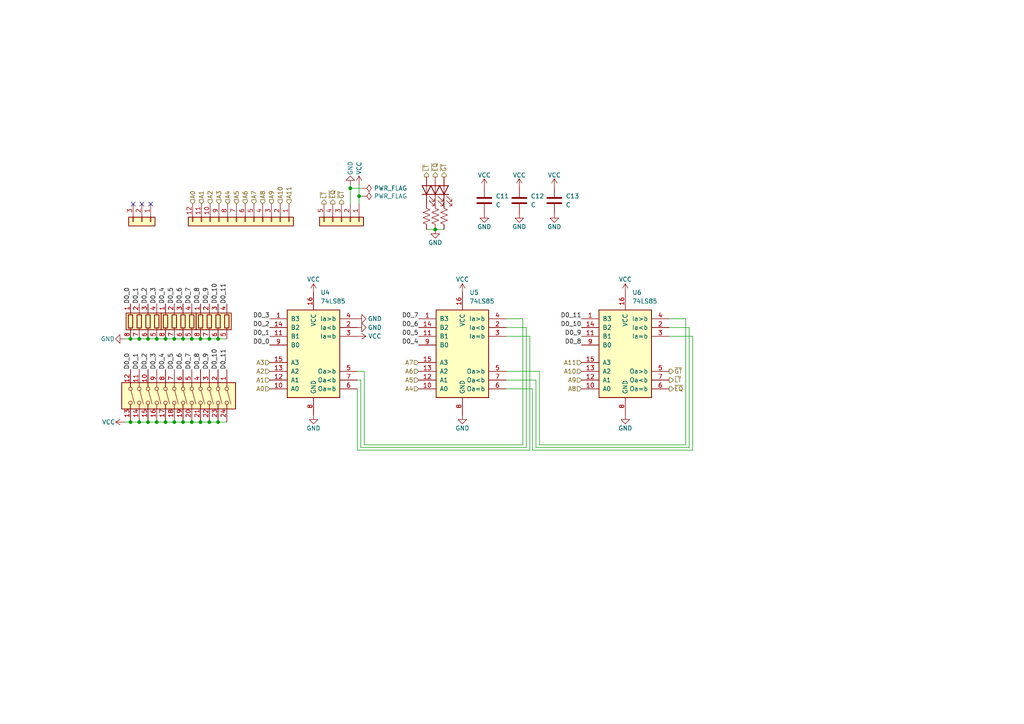
<source format=kicad_sch>
(kicad_sch (version 20211123) (generator eeschema)
  (paper "A4")
  (lib_symbols
    (symbol "74xx:74LS85" (pin_names (offset 1.016))
      (property "Reference" "U" (at -7.62 13.97 0))
      (property "Value" "74LS85" (at -7.62 -13.97 0))
      (symbol "74LS85_1_0"
        (pin input line (at -12.7 10.16 0) (length 5.08) (name "B3") (number "1"))
        (pin input line (at -12.7 -10.16 0) (length 5.08) (name "A0") (number "10"))
        (pin input line (at -12.7 5.08 0) (length 5.08) (name "B1") (number "11"))
        (pin input line (at -12.7 -7.62 0) (length 5.08) (name "A1") (number "12"))
        (pin input line (at -12.7 -5.08 0) (length 5.08) (name "A2") (number "13"))
        (pin input line (at -12.7 7.62 0) (length 5.08) (name "B2") (number "14"))
        (pin input line (at -12.7 -2.54 0) (length 5.08) (name "A3") (number "15"))
        (pin power_in line (at 0 17.78 270) (length 5.08) (name "VCC") (number "16"))
        (pin input line (at 12.7 7.62 180) (length 5.08) (name "Ia<b") (number "2"))
        (pin input line (at 12.7 5.08 180) (length 5.08) (name "Ia=b") (number "3"))
        (pin input line (at 12.7 10.16 180) (length 5.08) (name "Ia>b") (number "4"))
        (pin output line (at 12.7 -5.08 180) (length 5.08) (name "Oa>b") (number "5"))
        (pin output line (at 12.7 -10.16 180) (length 5.08) (name "Oa=b") (number "6"))
        (pin output line (at 12.7 -7.62 180) (length 5.08) (name "Oa<b") (number "7"))
        (pin power_in line (at 0 -17.78 90) (length 5.08) (name "GND") (number "8"))
        (pin input line (at -12.7 2.54 0) (length 5.08) (name "B0") (number "9"))
      )
      (symbol "74LS85_1_1"
        (rectangle (start -7.62 12.7) (end 7.62 -12.7) (stroke (width 0.254)) (fill (type background)))
      )
    )
    (symbol "Connector_Generic:Conn_01x03" (pin_names (offset 1.016) hide)
      (property "Reference" "J" (at 0 5.08 0))
      (property "Value" "Conn_01x03" (at 0 -5.08 0))
      (symbol "Conn_01x03_1_1"
        (rectangle (start -1.27 -2.413) (end 0 -2.667) (stroke (width 0.1524)))
        (rectangle (start -1.27 0.127) (end 0 -0.127) (stroke (width 0.1524)))
        (rectangle (start -1.27 2.667) (end 0 2.413) (stroke (width 0.1524)))
        (rectangle (start -1.27 3.81) (end 1.27 -3.81) (stroke (width 0.254)) (fill (type background)))
        (pin passive line (at -5.08 2.54 0) (length 3.81) (name "Pin_1") (number "1"))
        (pin passive line (at -5.08 0 0) (length 3.81) (name "Pin_2") (number "2"))
        (pin passive line (at -5.08 -2.54 0) (length 3.81) (name "Pin_3") (number "3"))
      )
    )
    (symbol "Connector_Generic:Conn_01x05" (pin_names (offset 1.016) hide)
      (property "Reference" "J" (at 0 7.62 0))
      (property "Value" "Conn_01x05" (at 0 -7.62 0))
      (symbol "Conn_01x05_1_1"
        (rectangle (start -1.27 -4.953) (end 0 -5.207) (stroke (width 0.1524)))
        (rectangle (start -1.27 -2.413) (end 0 -2.667) (stroke (width 0.1524)))
        (rectangle (start -1.27 0.127) (end 0 -0.127) (stroke (width 0.1524)))
        (rectangle (start -1.27 2.667) (end 0 2.413) (stroke (width 0.1524)))
        (rectangle (start -1.27 5.207) (end 0 4.953) (stroke (width 0.1524)))
        (rectangle (start -1.27 6.35) (end 1.27 -6.35) (stroke (width 0.254)) (fill (type background)))
        (pin passive line (at -5.08 5.08 0) (length 3.81) (name "Pin_1") (number "1"))
        (pin passive line (at -5.08 2.54 0) (length 3.81) (name "Pin_2") (number "2"))
        (pin passive line (at -5.08 0 0) (length 3.81) (name "Pin_3") (number "3"))
        (pin passive line (at -5.08 -2.54 0) (length 3.81) (name "Pin_4") (number "4"))
        (pin passive line (at -5.08 -5.08 0) (length 3.81) (name "Pin_5") (number "5"))
      )
    )
    (symbol "Connector_Generic:Conn_01x12" (pin_names (offset 1.016) hide)
      (property "Reference" "J" (at 0 15.24 0))
      (property "Value" "Conn_01x12" (at 0 -17.78 0))
      (symbol "Conn_01x12_1_1"
        (rectangle (start -1.27 -15.113) (end 0 -15.367) (stroke (width 0.1524)))
        (rectangle (start -1.27 -12.573) (end 0 -12.827) (stroke (width 0.1524)))
        (rectangle (start -1.27 -10.033) (end 0 -10.287) (stroke (width 0.1524)))
        (rectangle (start -1.27 -7.493) (end 0 -7.747) (stroke (width 0.1524)))
        (rectangle (start -1.27 -4.953) (end 0 -5.207) (stroke (width 0.1524)))
        (rectangle (start -1.27 -2.413) (end 0 -2.667) (stroke (width 0.1524)))
        (rectangle (start -1.27 0.127) (end 0 -0.127) (stroke (width 0.1524)))
        (rectangle (start -1.27 2.667) (end 0 2.413) (stroke (width 0.1524)))
        (rectangle (start -1.27 5.207) (end 0 4.953) (stroke (width 0.1524)))
        (rectangle (start -1.27 7.747) (end 0 7.493) (stroke (width 0.1524)))
        (rectangle (start -1.27 10.287) (end 0 10.033) (stroke (width 0.1524)))
        (rectangle (start -1.27 12.827) (end 0 12.573) (stroke (width 0.1524)))
        (rectangle (start -1.27 13.97) (end 1.27 -16.51) (stroke (width 0.254)) (fill (type background)))
        (pin passive line (at -5.08 12.7 0) (length 3.81) (name "Pin_1") (number "1"))
        (pin passive line (at -5.08 -10.16 0) (length 3.81) (name "Pin_10") (number "10"))
        (pin passive line (at -5.08 -12.7 0) (length 3.81) (name "Pin_11") (number "11"))
        (pin passive line (at -5.08 -15.24 0) (length 3.81) (name "Pin_12") (number "12"))
        (pin passive line (at -5.08 10.16 0) (length 3.81) (name "Pin_2") (number "2"))
        (pin passive line (at -5.08 7.62 0) (length 3.81) (name "Pin_3") (number "3"))
        (pin passive line (at -5.08 5.08 0) (length 3.81) (name "Pin_4") (number "4"))
        (pin passive line (at -5.08 2.54 0) (length 3.81) (name "Pin_5") (number "5"))
        (pin passive line (at -5.08 0 0) (length 3.81) (name "Pin_6") (number "6"))
        (pin passive line (at -5.08 -2.54 0) (length 3.81) (name "Pin_7") (number "7"))
        (pin passive line (at -5.08 -5.08 0) (length 3.81) (name "Pin_8") (number "8"))
        (pin passive line (at -5.08 -7.62 0) (length 3.81) (name "Pin_9") (number "9"))
      )
    )
    (symbol "Device:C" (pin_numbers hide) (pin_names (offset 0.254))
      (property "Reference" "C" (at 0.635 2.54 0))
      (property "Value" "C" (at 0.635 -2.54 0))
      (symbol "C_0_1"
        (polyline (pts (xy -2.032 -0.762) (xy 2.032 -0.762)) (stroke (width 0.508)))
        (polyline (pts (xy -2.032 0.762) (xy 2.032 0.762)) (stroke (width 0.508)))
      )
      (symbol "C_1_1"
        (pin passive line (at 0 3.81 270) (length 2.794) (name "~") (number "1"))
        (pin passive line (at 0 -3.81 90) (length 2.794) (name "~") (number "2"))
      )
    )
    (symbol "Device:LED" (pin_numbers hide) (pin_names (offset 1.016) hide)
      (property "Reference" "D" (at 0 2.54 0))
      (property "Value" "LED" (at 0 -2.54 0))
      (symbol "LED_0_1"
        (polyline (pts (xy -1.27 -1.27) (xy -1.27 1.27)) (stroke (width 0.254)))
        (polyline (pts (xy -1.27 0) (xy 1.27 0)))
        (polyline (pts (xy 1.27 -1.27) (xy 1.27 1.27) (xy -1.27 0) (xy 1.27 -1.27)) (stroke (width 0.254)))
        (polyline (pts (xy -3.048 -0.762) (xy -4.572 -2.286) (xy -3.81 -2.286) (xy -4.572 -2.286) (xy -4.572 -1.524)))
        (polyline (pts (xy -1.778 -0.762) (xy -3.302 -2.286) (xy -2.54 -2.286) (xy -3.302 -2.286) (xy -3.302 -1.524)))
      )
      (symbol "LED_1_1"
        (pin passive line (at -3.81 0 0) (length 2.54) (name "K") (number "1"))
        (pin passive line (at 3.81 0 180) (length 2.54) (name "A") (number "2"))
      )
    )
    (symbol "Device:R_Pack04" (pin_names (offset 0) hide)
      (property "Reference" "RN" (at -7.62 0 90))
      (property "Value" "R_Pack04" (at 5.08 0 90))
      (symbol "R_Pack04_0_1"
        (rectangle (start -6.35 -2.413) (end 3.81 2.413) (stroke (width 0.254)) (fill (type background)))
        (rectangle (start -5.715 1.905) (end -4.445 -1.905) (stroke (width 0.254)))
        (rectangle (start -3.175 1.905) (end -1.905 -1.905) (stroke (width 0.254)))
        (rectangle (start -0.635 1.905) (end 0.635 -1.905) (stroke (width 0.254)))
        (polyline (pts (xy -5.08 -2.54) (xy -5.08 -1.905)))
        (polyline (pts (xy -5.08 1.905) (xy -5.08 2.54)))
        (polyline (pts (xy -2.54 -2.54) (xy -2.54 -1.905)))
        (polyline (pts (xy -2.54 1.905) (xy -2.54 2.54)))
        (polyline (pts (xy 0 -2.54) (xy 0 -1.905)))
        (polyline (pts (xy 0 1.905) (xy 0 2.54)))
        (polyline (pts (xy 2.54 -2.54) (xy 2.54 -1.905)))
        (polyline (pts (xy 2.54 1.905) (xy 2.54 2.54)))
        (rectangle (start 1.905 1.905) (end 3.175 -1.905) (stroke (width 0.254)))
      )
      (symbol "R_Pack04_1_1"
        (pin passive line (at -5.08 -5.08 90) (length 2.54) (name "R1.1") (number "1"))
        (pin passive line (at -2.54 -5.08 90) (length 2.54) (name "R2.1") (number "2"))
        (pin passive line (at 0 -5.08 90) (length 2.54) (name "R3.1") (number "3"))
        (pin passive line (at 2.54 -5.08 90) (length 2.54) (name "R4.1") (number "4"))
        (pin passive line (at 2.54 5.08 270) (length 2.54) (name "R4.2") (number "5"))
        (pin passive line (at 0 5.08 270) (length 2.54) (name "R3.2") (number "6"))
        (pin passive line (at -2.54 5.08 270) (length 2.54) (name "R2.2") (number "7"))
        (pin passive line (at -5.08 5.08 270) (length 2.54) (name "R1.2") (number "8"))
      )
    )
    (symbol "Device:R_US" (pin_numbers hide) (pin_names (offset 0))
      (property "Reference" "R" (at 2.54 0 90))
      (property "Value" "R_US" (at -2.54 0 90))
      (symbol "R_US_0_1"
        (polyline (pts (xy 0 -2.286) (xy 0 -2.54)))
        (polyline (pts (xy 0 2.286) (xy 0 2.54)))
        (polyline (pts (xy 0 -0.762) (xy 1.016 -1.143) (xy 0 -1.524) (xy -1.016 -1.905) (xy 0 -2.286)))
        (polyline (pts (xy 0 0.762) (xy 1.016 0.381) (xy 0 0) (xy -1.016 -0.381) (xy 0 -0.762)))
        (polyline (pts (xy 0 2.286) (xy 1.016 1.905) (xy 0 1.524) (xy -1.016 1.143) (xy 0 0.762)))
      )
      (symbol "R_US_1_1"
        (pin passive line (at 0 3.81 270) (length 1.27) (name "~") (number "1"))
        (pin passive line (at 0 -3.81 90) (length 1.27) (name "~") (number "2"))
      )
    )
    (symbol "Switch:SW_DIP_x12" (pin_names (offset 0) hide)
      (property "Reference" "SW" (at 0 19.05 0))
      (property "Value" "SW_DIP_x12" (at 0 -16.51 0))
      (symbol "SW_DIP_x12_0_0"
        (circle (center -2.032 -12.7) (radius 0.508))
        (circle (center -2.032 -10.16) (radius 0.508))
        (circle (center -2.032 -7.62) (radius 0.508))
        (circle (center -2.032 -5.08) (radius 0.508))
        (circle (center -2.032 -2.54) (radius 0.508))
        (circle (center -2.032 0) (radius 0.508))
        (circle (center -2.032 2.54) (radius 0.508))
        (circle (center -2.032 5.08) (radius 0.508))
        (circle (center -2.032 7.62) (radius 0.508))
        (circle (center -2.032 10.16) (radius 0.508))
        (circle (center -2.032 12.7) (radius 0.508))
        (circle (center -2.032 15.24) (radius 0.508))
        (polyline (pts (xy -1.524 -12.5476) (xy 2.3622 -11.5062)))
        (polyline (pts (xy -1.524 -10.0076) (xy 2.3622 -8.9662)))
        (polyline (pts (xy -1.524 -7.4676) (xy 2.3622 -6.4262)))
        (polyline (pts (xy -1.524 -4.9276) (xy 2.3622 -3.8862)))
        (polyline (pts (xy -1.524 -2.3876) (xy 2.3622 -1.3462)))
        (polyline (pts (xy -1.524 0.127) (xy 2.3622 1.1684)))
        (polyline (pts (xy -1.524 2.667) (xy 2.3622 3.7084)))
        (polyline (pts (xy -1.524 5.207) (xy 2.3622 6.2484)))
        (polyline (pts (xy -1.524 7.747) (xy 2.3622 8.7884)))
        (polyline (pts (xy -1.524 10.287) (xy 2.3622 11.3284)))
        (polyline (pts (xy -1.524 12.827) (xy 2.3622 13.8684)))
        (polyline (pts (xy -1.524 15.367) (xy 2.3622 16.4084)))
        (circle (center 2.032 -12.7) (radius 0.508))
        (circle (center 2.032 -10.16) (radius 0.508))
        (circle (center 2.032 -7.62) (radius 0.508))
        (circle (center 2.032 -5.08) (radius 0.508))
        (circle (center 2.032 -2.54) (radius 0.508))
        (circle (center 2.032 0) (radius 0.508))
        (circle (center 2.032 2.54) (radius 0.508))
        (circle (center 2.032 5.08) (radius 0.508))
        (circle (center 2.032 7.62) (radius 0.508))
        (circle (center 2.032 10.16) (radius 0.508))
        (circle (center 2.032 12.7) (radius 0.508))
        (circle (center 2.032 15.24) (radius 0.508))
      )
      (symbol "SW_DIP_x12_0_1"
        (rectangle (start -3.81 17.78) (end 3.81 -15.24) (stroke (width 0.254)) (fill (type background)))
      )
      (symbol "SW_DIP_x12_1_1"
        (pin passive line (at -7.62 15.24 0) (length 5.08) (name "~") (number "1"))
        (pin passive line (at -7.62 -7.62 0) (length 5.08) (name "~") (number "10"))
        (pin passive line (at -7.62 -10.16 0) (length 5.08) (name "~") (number "11"))
        (pin passive line (at -7.62 -12.7 0) (length 5.08) (name "~") (number "12"))
        (pin passive line (at 7.62 -12.7 180) (length 5.08) (name "~") (number "13"))
        (pin passive line (at 7.62 -10.16 180) (length 5.08) (name "~") (number "14"))
        (pin passive line (at 7.62 -7.62 180) (length 5.08) (name "~") (number "15"))
        (pin passive line (at 7.62 -5.08 180) (length 5.08) (name "~") (number "16"))
        (pin passive line (at 7.62 -2.54 180) (length 5.08) (name "~") (number "17"))
        (pin passive line (at 7.62 0 180) (length 5.08) (name "~") (number "18"))
        (pin passive line (at 7.62 2.54 180) (length 5.08) (name "~") (number "19"))
        (pin passive line (at -7.62 12.7 0) (length 5.08) (name "~") (number "2"))
        (pin passive line (at 7.62 5.08 180) (length 5.08) (name "~") (number "20"))
        (pin passive line (at 7.62 7.62 180) (length 5.08) (name "~") (number "21"))
        (pin passive line (at 7.62 10.16 180) (length 5.08) (name "~") (number "22"))
        (pin passive line (at 7.62 12.7 180) (length 5.08) (name "~") (number "23"))
        (pin passive line (at 7.62 15.24 180) (length 5.08) (name "~") (number "24"))
        (pin passive line (at -7.62 10.16 0) (length 5.08) (name "~") (number "3"))
        (pin passive line (at -7.62 7.62 0) (length 5.08) (name "~") (number "4"))
        (pin passive line (at -7.62 5.08 0) (length 5.08) (name "~") (number "5"))
        (pin passive line (at -7.62 2.54 0) (length 5.08) (name "~") (number "6"))
        (pin passive line (at -7.62 0 0) (length 5.08) (name "~") (number "7"))
        (pin passive line (at -7.62 -2.54 0) (length 5.08) (name "~") (number "8"))
        (pin passive line (at -7.62 -5.08 0) (length 5.08) (name "~") (number "9"))
      )
    )
    (symbol "power:GND" (power) (pin_names (offset 0))
      (property "Value" "GND" (at 0 -3.81 0))
      (symbol "GND_0_1"
        (polyline (pts (xy 0 0) (xy 0 -1.27) (xy 1.27 -1.27) (xy 0 -2.54) (xy -1.27 -1.27) (xy 0 -1.27)))
      )
      (symbol "GND_1_1"
        (pin power_in line (at 0 0 270) (length 0) hide (name "GND") (number "1"))
      )
    )
    (symbol "power:PWR_FLAG" (power) (pin_numbers hide) (pin_names (offset 0) hide)
      (property "Value" "PWR_FLAG" (at 0 3.81 0))
      (symbol "PWR_FLAG_0_0"
        (pin power_out line (at 0 0 90) (length 0) (name "pwr") (number "1"))
      )
      (symbol "PWR_FLAG_0_1"
        (polyline (pts (xy 0 0) (xy 0 1.27) (xy -1.016 1.905) (xy 0 2.54) (xy 1.016 1.905) (xy 0 1.27)))
      )
    )
    (symbol "power:VCC" (power) (pin_names (offset 0))
      (property "Value" "VCC" (at 0 3.81 0))
      (symbol "VCC_0_1"
        (polyline (pts (xy -0.762 1.27) (xy 0 2.54)))
        (polyline (pts (xy 0 0) (xy 0 2.54)))
        (polyline (pts (xy 0 2.54) (xy 0.762 1.27)))
      )
      (symbol "VCC_1_1"
        (pin power_in line (at 0 0 90) (length 0) hide (name "VCC") (number "1"))
      )
    )
  )
  (junction (at 101.6 54.61))
  (junction (at 50.546 98.298))
  (junction (at 53.086 122.428))
  (junction (at 48.006 98.298))
  (junction (at 48.006 122.428))
  (junction (at 126.238 66.548))
  (junction (at 55.626 122.428))
  (junction (at 42.926 122.428))
  (junction (at 40.386 98.298))
  (junction (at 60.706 98.298))
  (junction (at 58.166 98.298))
  (junction (at 45.466 98.298))
  (junction (at 53.086 98.298))
  (junction (at 63.246 98.298))
  (junction (at 50.546 122.428))
  (junction (at 40.386 122.428))
  (junction (at 104.14 56.896))
  (junction (at 42.926 98.298))
  (junction (at 37.846 98.298))
  (junction (at 63.246 122.428))
  (junction (at 58.166 122.428))
  (junction (at 60.706 122.428))
  (junction (at 37.846 122.428))
  (junction (at 45.466 122.428))
  (junction (at 55.626 98.298))
  (no_connect (at 41.148 59.182))
  (no_connect (at 43.688 59.182))
  (no_connect (at 38.608 59.182))
  (wire (pts (xy 58.166 122.428) (xy 60.706 122.428)))
  (wire (pts (xy 123.698 66.548) (xy 126.238 66.548)))
  (wire (pts (xy 60.706 122.428) (xy 63.246 122.428)))
  (wire (pts (xy 104.14 56.896) (xy 104.14 59.182)))
  (wire (pts (xy 103.632 112.776) (xy 103.632 130.556)))
  (wire (pts (xy 103.632 130.556) (xy 153.67 130.556)))
  (wire (pts (xy 156.464 107.696) (xy 156.464 129.032)))
  (wire (pts (xy 48.006 122.428) (xy 50.546 122.428)))
  (wire (pts (xy 101.6 53.594) (xy 101.6 54.61)))
  (wire (pts (xy 37.846 122.428) (xy 40.386 122.428)))
  (wire (pts (xy 36.068 122.428) (xy 37.846 122.428)))
  (wire (pts (xy 101.6 54.61) (xy 105.156 54.61)))
  (wire (pts (xy 200.914 130.556) (xy 200.914 97.536)))
  (wire (pts (xy 105.664 107.696) (xy 105.664 129.032)))
  (wire (pts (xy 151.638 92.456) (xy 146.812 92.456)))
  (wire (pts (xy 153.67 130.556) (xy 153.67 97.536)))
  (wire (pts (xy 105.664 129.032) (xy 151.638 129.032)))
  (wire (pts (xy 63.246 98.298) (xy 65.786 98.298)))
  (wire (pts (xy 36.068 98.298) (xy 37.846 98.298)))
  (wire (pts (xy 103.632 107.696) (xy 105.664 107.696)))
  (wire (pts (xy 200.914 97.536) (xy 194.056 97.536)))
  (wire (pts (xy 45.466 98.298) (xy 48.006 98.298)))
  (wire (pts (xy 194.056 94.996) (xy 199.898 94.996)))
  (wire (pts (xy 45.466 122.428) (xy 48.006 122.428)))
  (wire (pts (xy 151.638 129.032) (xy 151.638 92.456)))
  (wire (pts (xy 126.238 66.548) (xy 128.778 66.548)))
  (wire (pts (xy 104.648 129.794) (xy 104.648 110.236)))
  (wire (pts (xy 55.626 122.428) (xy 58.166 122.428)))
  (wire (pts (xy 154.432 112.776) (xy 154.432 130.556)))
  (wire (pts (xy 155.448 129.794) (xy 155.448 110.236)))
  (wire (pts (xy 146.812 112.776) (xy 154.432 112.776)))
  (wire (pts (xy 40.386 98.298) (xy 42.926 98.298)))
  (wire (pts (xy 199.898 129.794) (xy 155.448 129.794)))
  (wire (pts (xy 42.926 122.428) (xy 45.466 122.428)))
  (wire (pts (xy 153.67 97.536) (xy 146.812 97.536)))
  (wire (pts (xy 48.006 98.298) (xy 50.546 98.298)))
  (wire (pts (xy 198.882 129.032) (xy 198.882 92.456)))
  (wire (pts (xy 198.882 92.456) (xy 194.056 92.456)))
  (wire (pts (xy 42.926 98.298) (xy 45.466 98.298)))
  (wire (pts (xy 55.626 98.298) (xy 58.166 98.298)))
  (wire (pts (xy 40.386 122.428) (xy 42.926 122.428)))
  (wire (pts (xy 104.14 56.896) (xy 105.156 56.896)))
  (wire (pts (xy 50.546 98.298) (xy 53.086 98.298)))
  (wire (pts (xy 104.14 53.594) (xy 104.14 56.896)))
  (wire (pts (xy 146.812 107.696) (xy 156.464 107.696)))
  (wire (pts (xy 152.654 94.996) (xy 152.654 129.794)))
  (wire (pts (xy 50.546 122.428) (xy 53.086 122.428)))
  (wire (pts (xy 60.706 98.298) (xy 63.246 98.298)))
  (wire (pts (xy 53.086 122.428) (xy 55.626 122.428)))
  (wire (pts (xy 154.432 130.556) (xy 200.914 130.556)))
  (wire (pts (xy 53.086 98.298) (xy 55.626 98.298)))
  (wire (pts (xy 146.812 110.236) (xy 155.448 110.236)))
  (wire (pts (xy 37.846 98.298) (xy 40.386 98.298)))
  (wire (pts (xy 199.898 94.996) (xy 199.898 129.794)))
  (wire (pts (xy 58.166 98.298) (xy 60.706 98.298)))
  (wire (pts (xy 101.6 54.61) (xy 101.6 59.182)))
  (wire (pts (xy 63.246 122.428) (xy 65.786 122.428)))
  (wire (pts (xy 156.464 129.032) (xy 198.882 129.032)))
  (wire (pts (xy 104.648 129.794) (xy 152.654 129.794)))
  (wire (pts (xy 104.648 110.236) (xy 103.632 110.236)))
  (wire (pts (xy 146.812 94.996) (xy 152.654 94.996)))
  (label "D0_1" (at 40.386 107.188 90))
  (label "D0_9" (at 168.656 97.536 180))
  (label "D0_10" (at 63.246 107.188 90))
  (label "D0_5" (at 121.412 97.536 180))
  (label "D0_8" (at 58.166 88.138 90))
  (label "D0_11" (at 65.786 88.138 90))
  (label "D0_3" (at 45.466 88.138 90))
  (label "D0_9" (at 60.706 88.138 90))
  (label "D0_10" (at 63.246 88.138 90))
  (label "D0_6" (at 53.086 107.188 90))
  (label "D0_1" (at 78.232 97.536 180))
  (label "D0_9" (at 60.706 107.188 90))
  (label "D0_2" (at 42.926 107.188 90))
  (label "D0_6" (at 121.412 94.996 180))
  (label "D0_7" (at 55.626 88.138 90))
  (label "D0_8" (at 168.656 100.076 180))
  (label "D0_5" (at 50.546 107.188 90))
  (label "D0_0" (at 37.846 88.138 90))
  (label "D0_3" (at 45.466 107.188 90))
  (label "D0_6" (at 53.086 88.138 90))
  (label "D0_7" (at 55.626 107.188 90))
  (label "D0_10" (at 168.656 94.996 180))
  (label "D0_4" (at 48.006 88.138 90))
  (label "D0_0" (at 78.232 100.076 180))
  (label "D0_8" (at 58.166 107.188 90))
  (label "D0_2" (at 78.232 94.996 180))
  (label "D0_4" (at 48.006 107.188 90))
  (label "D0_1" (at 40.386 88.138 90))
  (label "D0_11" (at 65.786 107.188 90))
  (label "D0_7" (at 121.412 92.456 180))
  (label "D0_0" (at 37.846 107.188 90))
  (label "D0_4" (at 121.412 100.076 180))
  (label "D0_2" (at 42.926 88.138 90))
  (label "D0_11" (at 168.656 92.456 180))
  (label "D0_3" (at 78.232 92.456 180))
  (label "D0_5" (at 50.546 88.138 90))
  (hierarchical_label "A0" (shape input) (at 78.232 112.776 180))
  (hierarchical_label "A5" (shape input) (at 68.58 59.182 90))
  (hierarchical_label "A6" (shape input) (at 71.12 59.182 90))
  (hierarchical_label "A3" (shape input) (at 78.232 105.156 180))
  (hierarchical_label "A8" (shape input) (at 168.656 112.776 180))
  (hierarchical_label "A2" (shape input) (at 60.96 59.182 90))
  (hierarchical_label "A10" (shape input) (at 81.28 59.182 90))
  (hierarchical_label "A7" (shape input) (at 121.412 105.156 180))
  (hierarchical_label "A6" (shape input) (at 121.412 107.696 180))
  (hierarchical_label "A5" (shape input) (at 121.412 110.236 180))
  (hierarchical_label "~{LT}" (shape output) (at 93.98 59.182 90))
  (hierarchical_label "A3" (shape input) (at 63.5 59.182 90))
  (hierarchical_label "A10" (shape input) (at 168.656 107.696 180))
  (hierarchical_label "A0" (shape input) (at 55.88 59.182 90))
  (hierarchical_label "A8" (shape input) (at 76.2 59.182 90))
  (hierarchical_label "~{EQ}" (shape output) (at 194.056 112.776 0))
  (hierarchical_label "~{EQ}" (shape output) (at 96.52 59.182 90))
  (hierarchical_label "A9" (shape input) (at 168.656 110.236 180))
  (hierarchical_label "~{EQ}" (shape output) (at 126.238 51.308 90))
  (hierarchical_label "A1" (shape input) (at 78.232 110.236 180))
  (hierarchical_label "~{GT}" (shape output) (at 128.778 51.308 90))
  (hierarchical_label "~{GT}" (shape output) (at 99.06 59.182 90))
  (hierarchical_label "A2" (shape input) (at 78.232 107.696 180))
  (hierarchical_label "A4" (shape input) (at 121.412 112.776 180))
  (hierarchical_label "~{LT}" (shape output) (at 194.056 110.236 0))
  (hierarchical_label "A1" (shape input) (at 58.42 59.182 90))
  (hierarchical_label "~{GT}" (shape output) (at 194.056 107.696 0))
  (hierarchical_label "~{LT}" (shape output) (at 123.698 51.308 90))
  (hierarchical_label "A11" (shape input) (at 83.82 59.182 90))
  (hierarchical_label "A9" (shape input) (at 78.74 59.182 90))
  (hierarchical_label "A7" (shape input) (at 73.66 59.182 90))
  (hierarchical_label "A11" (shape input) (at 168.656 105.156 180))
  (hierarchical_label "A4" (shape input) (at 66.04 59.182 90))
  (symbol (lib_id "power:VCC") (at 36.068 122.428 90)
    (property "Reference" "#PWR041" (effects hide))
    (property "Value" "VCC" (at 31.496 122.428 90))
  )
  (symbol (lib_id "74xx:74LS85") (at 90.932 102.616 0)
    (property "Reference" "U4" (at 92.9514 84.836 0) (effects (justify left)))
    (property "Value" "74LS85" (at 92.9514 87.376 0) (effects (justify left)))
    (property "Footprint" "Package_SO:SOIC-16_3.9x9.9mm_P1.27mm" (effects hide))
    (property "Datasheet" "http://www.ti.com/lit/gpn/sn74LS85" (effects hide))
  )
  (symbol (lib_id "Device:R_US") (at 123.698 62.738 0)
    (property "Reference" "R?" (effects hide))
    (property "Value" "R_US" (effects hide))
    (property "Footprint" "Resistor_SMD:R_0805_2012Metric" (effects hide))
  )
  (symbol (lib_id "power:GND") (at 160.782 61.976 0)
    (property "Reference" "#PWR056" (effects hide))
    (property "Value" "GND" (at 160.782 65.786 0))
  )
  (symbol (lib_id "Device:R_US") (at 128.778 62.738 0)
    (property "Reference" "R?" (effects hide))
    (property "Value" "R_US" (effects hide))
    (property "Footprint" "Resistor_SMD:R_0805_2012Metric" (effects hide))
  )
  (symbol (lib_id "power:PWR_FLAG") (at 105.156 56.896 270)
    (property "Reference" "#FLG06" (effects hide))
    (property "Value" "PWR_FLAG" (at 108.458 56.8959 90) (effects (justify left)))
  )
  (symbol (lib_id "Device:R_US") (at 126.238 62.738 0)
    (property "Reference" "R?" (effects hide))
    (property "Value" "R_US" (effects hide))
    (property "Footprint" "Resistor_SMD:R_0805_2012Metric" (effects hide))
  )
  (symbol (lib_id "power:GND") (at 90.932 120.396 0)
    (property "Reference" "#PWR047" (effects hide))
    (property "Value" "GND" (at 90.932 124.206 0))
  )
  (symbol (lib_id "Switch:SW_DIP_x12") (at 50.546 114.808 270)
    (property "Reference" "SW2" (effects hide))
    (property "Value" "SW_DIP_x12" (effects hide))
    (property "Footprint" "Button_Switch_THT:SW_DIP_SPSTx12_Slide_9.78x32.66mm_W7.62mm_P2.54mm" (effects hide))
  )
  (symbol (lib_id "power:VCC") (at 90.932 84.836 0)
    (property "Reference" "#PWR046" (effects hide))
    (property "Value" "VCC" (at 90.932 81.026 0))
  )
  (symbol (lib_id "Device:LED") (at 123.698 55.118 90)
    (property "Reference" "D?" (effects hide))
    (property "Value" "LED" (effects hide))
    (property "Footprint" "LED_SMD:LED_0805_2012Metric" (effects hide))
  )
  (symbol (lib_id "power:GND") (at 103.632 94.996 90)
    (property "Reference" "#PWR049" (effects hide))
    (property "Value" "GND" (at 108.712 94.996 90))
  )
  (symbol (lib_id "power:VCC") (at 150.622 54.356 0)
    (property "Reference" "#PWR051" (effects hide))
    (property "Value" "VCC" (at 150.622 50.8 0))
  )
  (symbol (lib_id "Device:C") (at 150.622 58.166 0)
    (property "Reference" "C12" (at 153.924 56.8959 0) (effects (justify left)))
    (property "Value" "C" (at 153.924 59.4359 0) (effects (justify left)))
    (property "Footprint" "Capacitor_SMD:C_0805_2012Metric" (effects hide))
  )
  (symbol (lib_id "power:GND") (at 150.622 61.976 0)
    (property "Reference" "#PWR052" (effects hide))
    (property "Value" "GND" (at 150.622 65.786 0))
  )
  (symbol (lib_id "power:VCC") (at 140.462 54.356 0)
    (property "Reference" "#PWR044" (effects hide))
    (property "Value" "VCC" (at 140.462 50.8 0))
  )
  (symbol (lib_id "power:VCC") (at 134.112 84.836 0)
    (property "Reference" "#PWR053" (effects hide))
    (property "Value" "VCC" (at 134.112 81.026 0))
  )
  (symbol (lib_id "power:GND") (at 36.068 98.298 270)
    (property "Reference" "#PWR040" (effects hide))
    (property "Value" "GND" (at 31.242 98.298 90))
  )
  (symbol (lib_id "Device:LED") (at 126.238 55.118 90)
    (property "Reference" "D?" (effects hide))
    (property "Value" "LED" (effects hide))
    (property "Footprint" "LED_SMD:LED_0805_2012Metric" (effects hide))
  )
  (symbol (lib_id "74xx:74LS85") (at 134.112 102.616 0)
    (property "Reference" "U5" (at 136.1314 84.836 0) (effects (justify left)))
    (property "Value" "74LS85" (at 136.1314 87.376 0) (effects (justify left)))
    (property "Footprint" "Package_SO:SOIC-16_3.9x9.9mm_P1.27mm" (effects hide))
    (property "Datasheet" "http://www.ti.com/lit/gpn/sn74LS85" (effects hide))
  )
  (symbol (lib_id "power:GND") (at 126.238 66.548 0)
    (property "Reference" "#PWR?" (effects hide))
    (property "Value" "GND" (at 126.238 70.358 0))
  )
  (symbol (lib_id "Device:R_Pack04") (at 42.926 93.218 0) (mirror x)
    (property "Reference" "RN4" (effects hide))
    (property "Value" "R_Pack04" (effects hide))
    (property "Footprint" "Resistor_SMD:R_Array_Convex_4x0603" (effects hide))
  )
  (symbol (lib_id "Device:LED") (at 128.778 55.118 90)
    (property "Reference" "D?" (effects hide))
    (property "Value" "LED" (effects hide))
    (property "Footprint" "LED_SMD:LED_0805_2012Metric" (effects hide))
  )
  (symbol (lib_id "power:VCC") (at 103.632 97.536 270)
    (property "Reference" "#PWR050" (effects hide))
    (property "Value" "VCC" (at 108.712 97.536 90))
  )
  (symbol (lib_id "Device:R_Pack04") (at 63.246 93.218 0) (mirror x)
    (property "Reference" "RN6" (effects hide))
    (property "Value" "R_Pack04" (effects hide))
    (property "Footprint" "Resistor_SMD:R_Array_Convex_4x0603" (effects hide))
  )
  (symbol (lib_id "Connector_Generic:Conn_01x03") (at 41.148 64.262 270)
    (property "Reference" "J29" (effects hide))
    (property "Value" "Conn_01x03" (effects hide))
    (property "Footprint" "Connector_PinHeader_2.54mm:PinHeader_1x03_P2.54mm_Vertical" (effects hide))
  )
  (symbol (lib_id "Device:C") (at 160.782 58.166 0)
    (property "Reference" "C13" (at 164.084 56.8959 0) (effects (justify left)))
    (property "Value" "C" (at 164.084 59.4359 0) (effects (justify left)))
    (property "Footprint" "Capacitor_SMD:C_0805_2012Metric" (effects hide))
  )
  (symbol (lib_id "Connector_Generic:Conn_01x12") (at 71.12 64.262 270)
    (property "Reference" "J7" (effects hide))
    (property "Value" "Conn_01x12" (effects hide))
    (property "Footprint" "Connector_PinHeader_2.54mm:PinHeader_1x12_P2.54mm_Vertical" (effects hide))
  )
  (symbol (lib_id "power:VCC") (at 160.782 54.356 0)
    (property "Reference" "#PWR055" (effects hide))
    (property "Value" "VCC" (at 160.782 50.8 0))
  )
  (symbol (lib_id "Device:C") (at 140.462 58.166 0)
    (property "Reference" "C11" (at 143.764 56.8959 0) (effects (justify left)))
    (property "Value" "C" (at 143.764 59.4359 0) (effects (justify left)))
    (property "Footprint" "Capacitor_SMD:C_0805_2012Metric" (effects hide))
  )
  (symbol (lib_id "power:GND") (at 103.632 92.456 90)
    (property "Reference" "#PWR048" (effects hide))
    (property "Value" "GND" (at 108.712 92.456 90))
  )
  (symbol (lib_id "power:VCC") (at 181.356 84.836 0)
    (property "Reference" "#PWR057" (effects hide))
    (property "Value" "VCC" (at 181.356 81.026 0))
  )
  (symbol (lib_id "power:VCC") (at 104.14 53.594 0)
    (property "Reference" "#PWR043" (effects hide))
    (property "Value" "VCC" (at 104.14 48.768 90))
  )
  (symbol (lib_id "power:GND") (at 140.462 61.976 0)
    (property "Reference" "#PWR045" (effects hide))
    (property "Value" "GND" (at 140.462 65.786 0))
  )
  (symbol (lib_id "power:PWR_FLAG") (at 105.156 54.61 270)
    (property "Reference" "#FLG05" (effects hide))
    (property "Value" "PWR_FLAG" (at 108.458 54.6099 90) (effects (justify left)))
  )
  (symbol (lib_id "74xx:74LS85") (at 181.356 102.616 0)
    (property "Reference" "U6" (at 183.3754 84.836 0) (effects (justify left)))
    (property "Value" "74LS85" (at 183.3754 87.376 0) (effects (justify left)))
    (property "Footprint" "Package_SO:SOIC-16_3.9x9.9mm_P1.27mm" (effects hide))
    (property "Datasheet" "http://www.ti.com/lit/gpn/sn74LS85" (effects hide))
  )
  (symbol (lib_id "power:GND") (at 134.112 120.396 0)
    (property "Reference" "#PWR054" (effects hide))
    (property "Value" "GND" (at 134.112 124.206 0))
  )
  (symbol (lib_id "Connector_Generic:Conn_01x05") (at 99.06 64.262 270)
    (property "Reference" "J8" (effects hide))
    (property "Value" "Conn_01x05" (effects hide))
    (property "Footprint" "Connector_PinHeader_2.54mm:PinHeader_1x05_P2.54mm_Vertical" (effects hide))
  )
  (symbol (lib_id "power:GND") (at 181.356 120.396 0)
    (property "Reference" "#PWR058" (effects hide))
    (property "Value" "GND" (at 181.356 124.206 0))
  )
  (symbol (lib_id "power:GND") (at 101.6 53.594 180)
    (property "Reference" "#PWR042" (effects hide))
    (property "Value" "GND" (at 101.6 48.768 90))
  )
  (symbol (lib_id "Device:R_Pack04") (at 53.086 93.218 0) (mirror x)
    (property "Reference" "RN5" (effects hide))
    (property "Value" "R_Pack04" (effects hide))
    (property "Footprint" "Resistor_SMD:R_Array_Convex_4x0603" (effects hide))
  )
)
</source>
